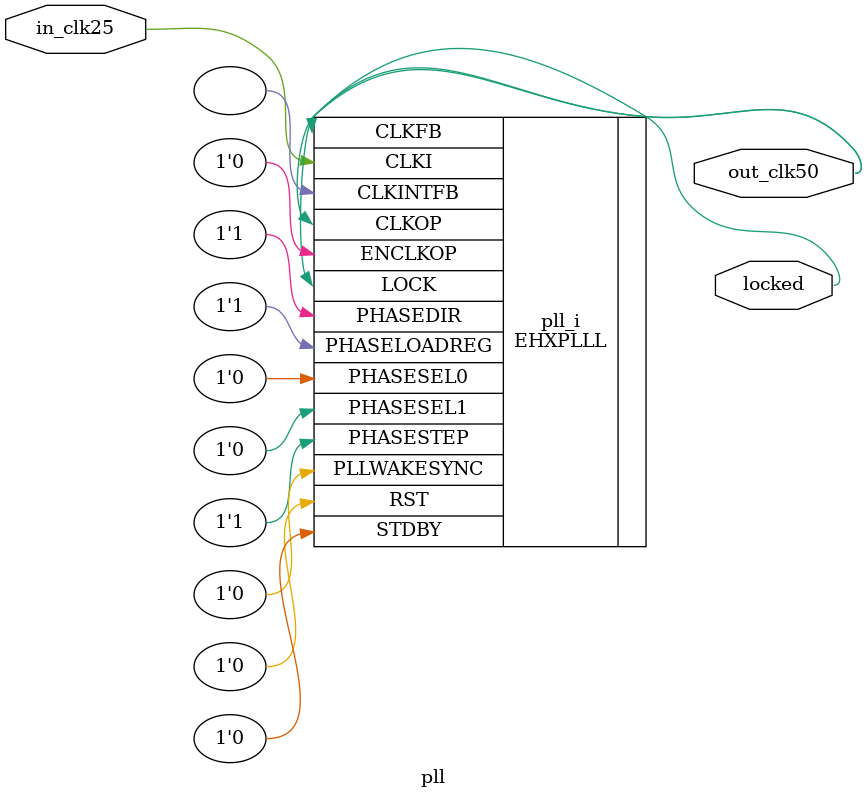
<source format=v>
module pll
(
    input in_clk25, // 25 MHz, 0 deg
    output out_clk50, // 50 MHz, 0 deg
    output locked
);
(* FREQUENCY_PIN_CLKI="25" *)
(* FREQUENCY_PIN_CLKOP="50" *)
(* ICP_CURRENT="12" *) (* LPF_RESISTOR="8" *) (* MFG_ENABLE_FILTEROPAMP="1" *) (* MFG_GMCREF_SEL="2" *)
EHXPLLL #(
        .PLLRST_ENA("DISABLED"),
        .INTFB_WAKE("DISABLED"),
        .STDBY_ENABLE("DISABLED"),
        .DPHASE_SOURCE("DISABLED"),
        .OUTDIVIDER_MUXA("DIVA"),
        .OUTDIVIDER_MUXB("DIVB"),
        .OUTDIVIDER_MUXC("DIVC"),
        .OUTDIVIDER_MUXD("DIVD"),
        .CLKI_DIV(1),
        .CLKOP_ENABLE("ENABLED"),
        .CLKOP_DIV(12),
        .CLKOP_CPHASE(5),
        .CLKOP_FPHASE(0),
        .FEEDBK_PATH("CLKOP"),
        .CLKFB_DIV(2)
    ) pll_i (
        .RST(1'b0),
        .STDBY(1'b0),
        .CLKI(in_clk25),
        .CLKOP(out_clk50),
        .CLKFB(out_clk50),
        .CLKINTFB(),
        .PHASESEL0(1'b0),
        .PHASESEL1(1'b0),
        .PHASEDIR(1'b1),
        .PHASESTEP(1'b1),
        .PHASELOADREG(1'b1),
        .PLLWAKESYNC(1'b0),
        .ENCLKOP(1'b0),
        .LOCK(locked)
	);
endmodule

</source>
